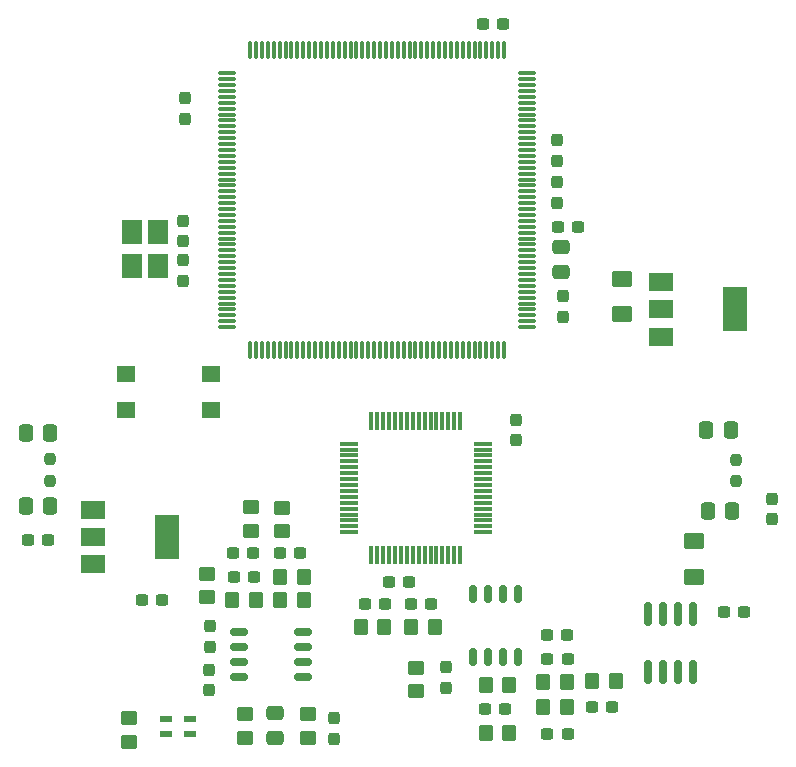
<source format=gtp>
G04 #@! TF.GenerationSoftware,KiCad,Pcbnew,7.0.2*
G04 #@! TF.CreationDate,2023-11-02T18:56:16+01:00*
G04 #@! TF.ProjectId,stm_audio_board_V2,73746d5f-6175-4646-996f-5f626f617264,rev?*
G04 #@! TF.SameCoordinates,Original*
G04 #@! TF.FileFunction,Paste,Top*
G04 #@! TF.FilePolarity,Positive*
%FSLAX46Y46*%
G04 Gerber Fmt 4.6, Leading zero omitted, Abs format (unit mm)*
G04 Created by KiCad (PCBNEW 7.0.2) date 2023-11-02 18:56:16*
%MOMM*%
%LPD*%
G01*
G04 APERTURE LIST*
G04 Aperture macros list*
%AMRoundRect*
0 Rectangle with rounded corners*
0 $1 Rounding radius*
0 $2 $3 $4 $5 $6 $7 $8 $9 X,Y pos of 4 corners*
0 Add a 4 corners polygon primitive as box body*
4,1,4,$2,$3,$4,$5,$6,$7,$8,$9,$2,$3,0*
0 Add four circle primitives for the rounded corners*
1,1,$1+$1,$2,$3*
1,1,$1+$1,$4,$5*
1,1,$1+$1,$6,$7*
1,1,$1+$1,$8,$9*
0 Add four rect primitives between the rounded corners*
20,1,$1+$1,$2,$3,$4,$5,0*
20,1,$1+$1,$4,$5,$6,$7,0*
20,1,$1+$1,$6,$7,$8,$9,0*
20,1,$1+$1,$8,$9,$2,$3,0*%
G04 Aperture macros list end*
%ADD10R,1.725000X2.100000*%
%ADD11RoundRect,0.237500X0.300000X0.237500X-0.300000X0.237500X-0.300000X-0.237500X0.300000X-0.237500X0*%
%ADD12RoundRect,0.250000X-0.350000X-0.450000X0.350000X-0.450000X0.350000X0.450000X-0.350000X0.450000X0*%
%ADD13RoundRect,0.237500X0.237500X-0.300000X0.237500X0.300000X-0.237500X0.300000X-0.237500X-0.300000X0*%
%ADD14RoundRect,0.237500X-0.237500X0.300000X-0.237500X-0.300000X0.237500X-0.300000X0.237500X0.300000X0*%
%ADD15RoundRect,0.250000X0.337500X0.475000X-0.337500X0.475000X-0.337500X-0.475000X0.337500X-0.475000X0*%
%ADD16RoundRect,0.150000X0.625000X0.150000X-0.625000X0.150000X-0.625000X-0.150000X0.625000X-0.150000X0*%
%ADD17RoundRect,0.150000X-0.150000X0.625000X-0.150000X-0.625000X0.150000X-0.625000X0.150000X0.625000X0*%
%ADD18RoundRect,0.250001X-0.624999X0.462499X-0.624999X-0.462499X0.624999X-0.462499X0.624999X0.462499X0*%
%ADD19RoundRect,0.237500X-0.300000X-0.237500X0.300000X-0.237500X0.300000X0.237500X-0.300000X0.237500X0*%
%ADD20RoundRect,0.075000X-0.675000X-0.075000X0.675000X-0.075000X0.675000X0.075000X-0.675000X0.075000X0*%
%ADD21RoundRect,0.075000X-0.075000X-0.675000X0.075000X-0.675000X0.075000X0.675000X-0.075000X0.675000X0*%
%ADD22R,1.600000X1.400000*%
%ADD23RoundRect,0.250000X0.450000X-0.350000X0.450000X0.350000X-0.450000X0.350000X-0.450000X-0.350000X0*%
%ADD24RoundRect,0.250000X-0.450000X0.350000X-0.450000X-0.350000X0.450000X-0.350000X0.450000X0.350000X0*%
%ADD25RoundRect,0.237500X-0.237500X0.250000X-0.237500X-0.250000X0.237500X-0.250000X0.237500X0.250000X0*%
%ADD26RoundRect,0.250000X0.350000X0.450000X-0.350000X0.450000X-0.350000X-0.450000X0.350000X-0.450000X0*%
%ADD27R,1.000000X0.600000*%
%ADD28RoundRect,0.150000X-0.150000X0.825000X-0.150000X-0.825000X0.150000X-0.825000X0.150000X0.825000X0*%
%ADD29RoundRect,0.075000X0.700000X0.075000X-0.700000X0.075000X-0.700000X-0.075000X0.700000X-0.075000X0*%
%ADD30RoundRect,0.075000X0.075000X0.700000X-0.075000X0.700000X-0.075000X-0.700000X0.075000X-0.700000X0*%
%ADD31RoundRect,0.250000X0.475000X-0.337500X0.475000X0.337500X-0.475000X0.337500X-0.475000X-0.337500X0*%
%ADD32R,2.000000X1.500000*%
%ADD33R,2.000000X3.800000*%
%ADD34RoundRect,0.250000X-0.475000X0.337500X-0.475000X-0.337500X0.475000X-0.337500X0.475000X0.337500X0*%
G04 APERTURE END LIST*
D10*
X193405000Y-72284000D03*
X193405000Y-75184000D03*
X195580000Y-75184000D03*
X195580000Y-72284000D03*
D11*
X203714346Y-101487000D03*
X201989346Y-101487000D03*
X224819500Y-54687000D03*
X223094500Y-54687000D03*
D12*
X205931000Y-103457000D03*
X207931000Y-103457000D03*
D13*
X219953000Y-110885500D03*
X219953000Y-109160500D03*
D14*
X199959568Y-105676500D03*
X199959568Y-107401500D03*
D13*
X197859000Y-62687500D03*
X197859000Y-60962500D03*
D14*
X210495000Y-113462500D03*
X210495000Y-115187500D03*
D11*
X230247500Y-108421000D03*
X228522500Y-108421000D03*
D15*
X244058500Y-89057000D03*
X241983500Y-89057000D03*
D11*
X207593500Y-99455000D03*
X205868500Y-99455000D03*
D12*
X232353000Y-110313000D03*
X234353000Y-110313000D03*
D13*
X225843000Y-89913500D03*
X225843000Y-88188500D03*
D16*
X207822000Y-109986000D03*
X207822000Y-108716000D03*
X207822000Y-107446000D03*
X207822000Y-106176000D03*
X202472000Y-106176000D03*
X202472000Y-107446000D03*
X202472000Y-108716000D03*
X202472000Y-109986000D03*
D14*
X229355000Y-68074500D03*
X229355000Y-69799500D03*
D17*
X226018000Y-102934000D03*
X224748000Y-102934000D03*
X223478000Y-102934000D03*
X222208000Y-102934000D03*
X222208000Y-108284000D03*
X223478000Y-108284000D03*
X224748000Y-108284000D03*
X226018000Y-108284000D03*
D18*
X234875000Y-76256500D03*
X234875000Y-79231500D03*
D11*
X186259500Y-98365000D03*
X184534500Y-98365000D03*
D19*
X194186500Y-103475000D03*
X195911500Y-103475000D03*
D11*
X203648654Y-99455000D03*
X201923654Y-99455000D03*
D13*
X247555000Y-96629976D03*
X247555000Y-94904976D03*
D20*
X201447000Y-58846000D03*
X201447000Y-59346000D03*
X201447000Y-59846000D03*
X201447000Y-60346000D03*
X201447000Y-60846000D03*
X201447000Y-61346000D03*
X201447000Y-61846000D03*
X201447000Y-62346000D03*
X201447000Y-62846000D03*
X201447000Y-63346000D03*
X201447000Y-63846000D03*
X201447000Y-64346000D03*
X201447000Y-64846000D03*
X201447000Y-65346000D03*
X201447000Y-65846000D03*
X201447000Y-66346000D03*
X201447000Y-66846000D03*
X201447000Y-67346000D03*
X201447000Y-67846000D03*
X201447000Y-68346000D03*
X201447000Y-68846000D03*
X201447000Y-69346000D03*
X201447000Y-69846000D03*
X201447000Y-70346000D03*
X201447000Y-70846000D03*
X201447000Y-71346000D03*
X201447000Y-71846000D03*
X201447000Y-72346000D03*
X201447000Y-72846000D03*
X201447000Y-73346000D03*
X201447000Y-73846000D03*
X201447000Y-74346000D03*
X201447000Y-74846000D03*
X201447000Y-75346000D03*
X201447000Y-75846000D03*
X201447000Y-76346000D03*
X201447000Y-76846000D03*
X201447000Y-77346000D03*
X201447000Y-77846000D03*
X201447000Y-78346000D03*
X201447000Y-78846000D03*
X201447000Y-79346000D03*
X201447000Y-79846000D03*
X201447000Y-80346000D03*
D21*
X203372000Y-82271000D03*
X203872000Y-82271000D03*
X204372000Y-82271000D03*
X204872000Y-82271000D03*
X205372000Y-82271000D03*
X205872000Y-82271000D03*
X206372000Y-82271000D03*
X206872000Y-82271000D03*
X207372000Y-82271000D03*
X207872000Y-82271000D03*
X208372000Y-82271000D03*
X208872000Y-82271000D03*
X209372000Y-82271000D03*
X209872000Y-82271000D03*
X210372000Y-82271000D03*
X210872000Y-82271000D03*
X211372000Y-82271000D03*
X211872000Y-82271000D03*
X212372000Y-82271000D03*
X212872000Y-82271000D03*
X213372000Y-82271000D03*
X213872000Y-82271000D03*
X214372000Y-82271000D03*
X214872000Y-82271000D03*
X215372000Y-82271000D03*
X215872000Y-82271000D03*
X216372000Y-82271000D03*
X216872000Y-82271000D03*
X217372000Y-82271000D03*
X217872000Y-82271000D03*
X218372000Y-82271000D03*
X218872000Y-82271000D03*
X219372000Y-82271000D03*
X219872000Y-82271000D03*
X220372000Y-82271000D03*
X220872000Y-82271000D03*
X221372000Y-82271000D03*
X221872000Y-82271000D03*
X222372000Y-82271000D03*
X222872000Y-82271000D03*
X223372000Y-82271000D03*
X223872000Y-82271000D03*
X224372000Y-82271000D03*
X224872000Y-82271000D03*
D20*
X226797000Y-80346000D03*
X226797000Y-79846000D03*
X226797000Y-79346000D03*
X226797000Y-78846000D03*
X226797000Y-78346000D03*
X226797000Y-77846000D03*
X226797000Y-77346000D03*
X226797000Y-76846000D03*
X226797000Y-76346000D03*
X226797000Y-75846000D03*
X226797000Y-75346000D03*
X226797000Y-74846000D03*
X226797000Y-74346000D03*
X226797000Y-73846000D03*
X226797000Y-73346000D03*
X226797000Y-72846000D03*
X226797000Y-72346000D03*
X226797000Y-71846000D03*
X226797000Y-71346000D03*
X226797000Y-70846000D03*
X226797000Y-70346000D03*
X226797000Y-69846000D03*
X226797000Y-69346000D03*
X226797000Y-68846000D03*
X226797000Y-68346000D03*
X226797000Y-67846000D03*
X226797000Y-67346000D03*
X226797000Y-66846000D03*
X226797000Y-66346000D03*
X226797000Y-65846000D03*
X226797000Y-65346000D03*
X226797000Y-64846000D03*
X226797000Y-64346000D03*
X226797000Y-63846000D03*
X226797000Y-63346000D03*
X226797000Y-62846000D03*
X226797000Y-62346000D03*
X226797000Y-61846000D03*
X226797000Y-61346000D03*
X226797000Y-60846000D03*
X226797000Y-60346000D03*
X226797000Y-59846000D03*
X226797000Y-59346000D03*
X226797000Y-58846000D03*
D21*
X224872000Y-56921000D03*
X224372000Y-56921000D03*
X223872000Y-56921000D03*
X223372000Y-56921000D03*
X222872000Y-56921000D03*
X222372000Y-56921000D03*
X221872000Y-56921000D03*
X221372000Y-56921000D03*
X220872000Y-56921000D03*
X220372000Y-56921000D03*
X219872000Y-56921000D03*
X219372000Y-56921000D03*
X218872000Y-56921000D03*
X218372000Y-56921000D03*
X217872000Y-56921000D03*
X217372000Y-56921000D03*
X216872000Y-56921000D03*
X216372000Y-56921000D03*
X215872000Y-56921000D03*
X215372000Y-56921000D03*
X214872000Y-56921000D03*
X214372000Y-56921000D03*
X213872000Y-56921000D03*
X213372000Y-56921000D03*
X212872000Y-56921000D03*
X212372000Y-56921000D03*
X211872000Y-56921000D03*
X211372000Y-56921000D03*
X210872000Y-56921000D03*
X210372000Y-56921000D03*
X209872000Y-56921000D03*
X209372000Y-56921000D03*
X208872000Y-56921000D03*
X208372000Y-56921000D03*
X207872000Y-56921000D03*
X207372000Y-56921000D03*
X206872000Y-56921000D03*
X206372000Y-56921000D03*
X205872000Y-56921000D03*
X205372000Y-56921000D03*
X204872000Y-56921000D03*
X204372000Y-56921000D03*
X203872000Y-56921000D03*
X203372000Y-56921000D03*
D13*
X197677000Y-73093500D03*
X197677000Y-71368500D03*
D18*
X240937000Y-98493500D03*
X240937000Y-101468500D03*
D14*
X197677000Y-74677834D03*
X197677000Y-76402834D03*
D22*
X192845000Y-84337000D03*
X200045000Y-84337000D03*
X192845000Y-87337000D03*
X200045000Y-87337000D03*
D13*
X229863000Y-79451500D03*
X229863000Y-77726500D03*
X199913000Y-111091500D03*
X199913000Y-109366500D03*
D23*
X202911284Y-115125000D03*
X202911284Y-113125000D03*
D12*
X217007000Y-105741000D03*
X219007000Y-105741000D03*
D24*
X206031000Y-95641580D03*
X206031000Y-97641580D03*
D12*
X205931000Y-101521000D03*
X207931000Y-101521000D03*
X228185000Y-110351000D03*
X230185000Y-110351000D03*
D19*
X229412500Y-71845000D03*
X231137500Y-71845000D03*
D23*
X208254142Y-115125000D03*
X208254142Y-113125000D03*
D11*
X230247500Y-114819000D03*
X228522500Y-114819000D03*
D25*
X186442000Y-91550500D03*
X186442000Y-93375500D03*
D11*
X234015500Y-112533000D03*
X232290500Y-112533000D03*
D26*
X225315000Y-110663000D03*
X223315000Y-110663000D03*
D27*
X196258000Y-113487000D03*
X196258000Y-114787000D03*
X198258000Y-114787000D03*
X198258000Y-113487000D03*
D23*
X199739568Y-103213846D03*
X199739568Y-101213846D03*
D11*
X218697500Y-103759000D03*
X216972500Y-103759000D03*
D24*
X217391000Y-109175000D03*
X217391000Y-111175000D03*
D14*
X229355000Y-64518500D03*
X229355000Y-66243500D03*
D19*
X223252500Y-112709000D03*
X224977500Y-112709000D03*
D15*
X186463500Y-89325000D03*
X184388500Y-89325000D03*
D28*
X240834000Y-104616000D03*
X239564000Y-104616000D03*
X238294000Y-104616000D03*
X237024000Y-104616000D03*
X237024000Y-109566000D03*
X238294000Y-109566000D03*
X239564000Y-109566000D03*
X240834000Y-109566000D03*
D29*
X223073000Y-97710000D03*
X223073000Y-97210000D03*
X223073000Y-96710000D03*
X223073000Y-96210000D03*
X223073000Y-95710000D03*
X223073000Y-95210000D03*
X223073000Y-94710000D03*
X223073000Y-94210000D03*
X223073000Y-93710000D03*
X223073000Y-93210000D03*
X223073000Y-92710000D03*
X223073000Y-92210000D03*
X223073000Y-91710000D03*
X223073000Y-91210000D03*
X223073000Y-90710000D03*
X223073000Y-90210000D03*
D30*
X221148000Y-88285000D03*
X220648000Y-88285000D03*
X220148000Y-88285000D03*
X219648000Y-88285000D03*
X219148000Y-88285000D03*
X218648000Y-88285000D03*
X218148000Y-88285000D03*
X217648000Y-88285000D03*
X217148000Y-88285000D03*
X216648000Y-88285000D03*
X216148000Y-88285000D03*
X215648000Y-88285000D03*
X215148000Y-88285000D03*
X214648000Y-88285000D03*
X214148000Y-88285000D03*
X213648000Y-88285000D03*
D29*
X211723000Y-90210000D03*
X211723000Y-90710000D03*
X211723000Y-91210000D03*
X211723000Y-91710000D03*
X211723000Y-92210000D03*
X211723000Y-92710000D03*
X211723000Y-93210000D03*
X211723000Y-93710000D03*
X211723000Y-94210000D03*
X211723000Y-94710000D03*
X211723000Y-95210000D03*
X211723000Y-95710000D03*
X211723000Y-96210000D03*
X211723000Y-96710000D03*
X211723000Y-97210000D03*
X211723000Y-97710000D03*
D30*
X213648000Y-99635000D03*
X214148000Y-99635000D03*
X214648000Y-99635000D03*
X215148000Y-99635000D03*
X215648000Y-99635000D03*
X216148000Y-99635000D03*
X216648000Y-99635000D03*
X217148000Y-99635000D03*
X217648000Y-99635000D03*
X218148000Y-99635000D03*
X218648000Y-99635000D03*
X219148000Y-99635000D03*
X219648000Y-99635000D03*
X220148000Y-99635000D03*
X220648000Y-99635000D03*
X221148000Y-99635000D03*
D24*
X193109000Y-113441000D03*
X193109000Y-115441000D03*
D31*
X205472426Y-115132500D03*
X205472426Y-113057500D03*
D24*
X203486154Y-95599000D03*
X203486154Y-97599000D03*
D15*
X186463500Y-95451000D03*
X184388500Y-95451000D03*
D19*
X215092500Y-101951000D03*
X216817500Y-101951000D03*
D26*
X214723000Y-105741000D03*
X212723000Y-105741000D03*
D11*
X214785500Y-103759000D03*
X213060500Y-103759000D03*
X245207500Y-104463000D03*
X243482500Y-104463000D03*
D15*
X244172500Y-95885000D03*
X242097500Y-95885000D03*
D26*
X230185000Y-112539000D03*
X228185000Y-112539000D03*
D25*
X244545000Y-91580500D03*
X244545000Y-93405500D03*
D32*
X238144000Y-76546000D03*
X238144000Y-78846000D03*
D33*
X244444000Y-78846000D03*
D32*
X238144000Y-81146000D03*
X190075000Y-95813000D03*
X190075000Y-98113000D03*
D33*
X196375000Y-98113000D03*
D32*
X190075000Y-100413000D03*
D26*
X203842136Y-103457000D03*
X201842136Y-103457000D03*
D34*
X229684000Y-73592500D03*
X229684000Y-75667500D03*
D12*
X223315000Y-114713000D03*
X225315000Y-114713000D03*
D19*
X228514500Y-106389000D03*
X230239500Y-106389000D03*
M02*

</source>
